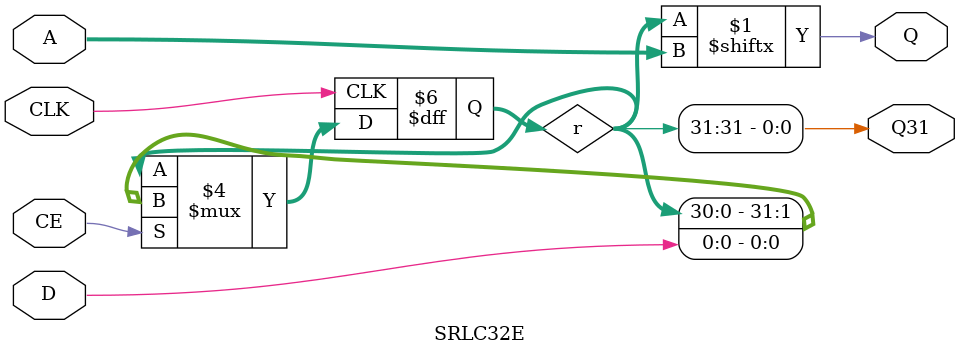
<source format=v>

module SRL16E (
  output Q,
  input A0, A1, A2, A3, CE, CLK, D
);
  parameter [15:0] INIT = 16'h0000;
  parameter [0:0] IS_CLK_INVERTED = 1'b0;

  reg [15:0] r = INIT;
  assign Q = r[{A3,A2,A1,A0}];
  generate
    if (IS_CLK_INVERTED) begin
      always @(negedge CLK) if (CE) r <= { r[14:0], D };
    end
    else
        always @(posedge CLK) if (CE) r <= { r[14:0], D };
  endgenerate
endmodule

module SRLC32E (
  output Q,
  output Q31,
  input [4:0] A,
  input CE, CLK, D
);
  parameter [31:0] INIT = 32'h00000000;
  parameter [0:0] IS_CLK_INVERTED = 1'b0;

  reg [31:0] r = INIT;
  assign Q31 = r[31];
  assign Q = r[A];
  generate
    if (IS_CLK_INVERTED) begin
      always @(negedge CLK) if (CE) r <= { r[30:0], D };
    end
    else
      always @(posedge CLK) if (CE) r <= { r[30:0], D };
  endgenerate
endmodule

</source>
